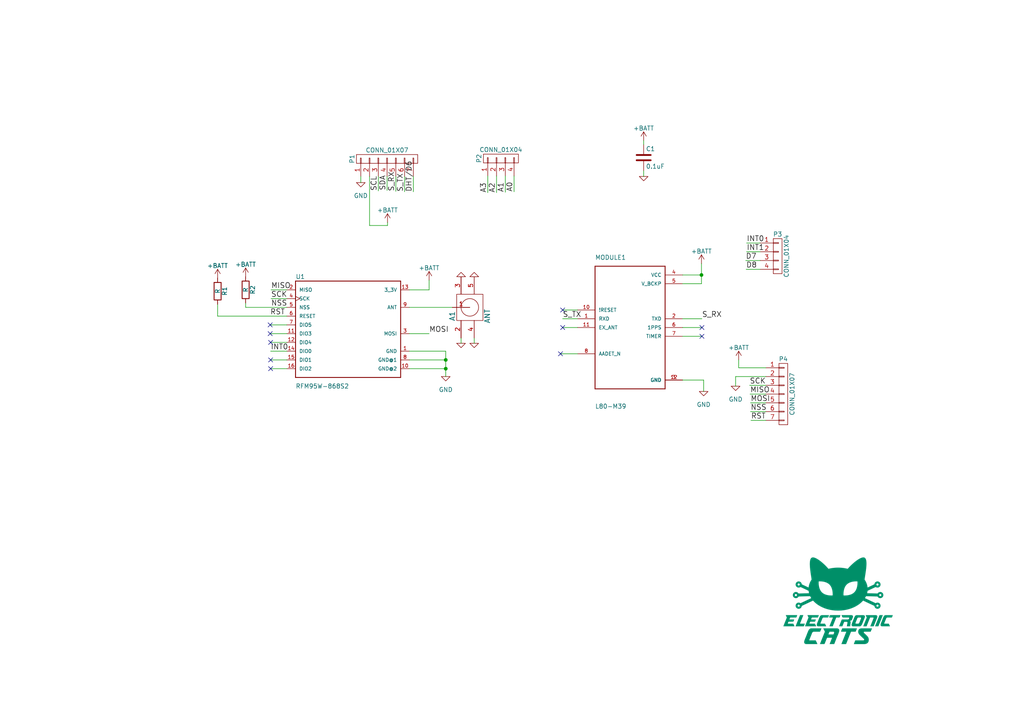
<source format=kicad_sch>
(kicad_sch (version 20230121) (generator eeschema)
  (paper "A4")
  (title_block (title "Communication CatSat v1.0") (date "2016-10-16") (rev "0.3") (company "Electronic Cats") (comment 1 "Andres Sabas") (comment 2 "Eduardo Contreras"))
  (lib_symbols
    (symbol "CommunicationBoard-rescue:+BATT" (power) (pin_names (offset 0))
      (property "Value" "+BATT" (at 0 3.556 0))
      (symbol "+BATT_0_1"
        (polyline (pts (xy -0.762 1.27) (xy 0 2.54)))
        (polyline (pts (xy 0 0) (xy 0 2.54)))
        (polyline (pts (xy 0 2.54) (xy 0.762 1.27)))
      )
      (symbol "+BATT_1_1"
        (pin power_in line (at 0 0 90) (length 0) hide (name "+BATT") (number "1"))
      )
    )
    (symbol "CommunicationBoard-rescue:ANT" (pin_names (offset 1.016))
      (property "Reference" "A" (at 6.35 10.16 0))
      (property "Value" "ANT" (at 6.35 0 0))
      (symbol "ANT_0_1"
        (rectangle (start 5.08 8.89) (end 12.7 1.27))
        (circle (center 8.89 5.08) (radius 2.54))
      )
      (symbol "ANT_1_1"
        (pin bidirectional line (at 8.89 10.16 270) (length 5.08) (name "~") (number "1"))
        (pin bidirectional line (at 0 7.62 0) (length 5.08) (name "~") (number "2"))
        (pin bidirectional line (at 17.78 7.62 180) (length 5.08) (name "~") (number "3"))
        (pin bidirectional line (at 0 3.81 0) (length 5.08) (name "~") (number "4"))
        (pin bidirectional line (at 17.78 3.81 180) (length 5.08) (name "~") (number "5"))
      )
    )
    (symbol "CommunicationBoard-rescue:C" (pin_numbers hide) (pin_names (offset 0.254))
      (property "Reference" "C" (at 0.635 2.54 0))
      (property "Value" "C" (at 0.635 -2.54 0))
      (symbol "C_0_1"
        (polyline (pts (xy -2.032 -0.762) (xy 2.032 -0.762)) (stroke (width 0.508)))
        (polyline (pts (xy -2.032 0.762) (xy 2.032 0.762)) (stroke (width 0.508)))
      )
      (symbol "C_1_1"
        (pin passive line (at 0 3.81 270) (length 2.794) (name "~") (number "1"))
        (pin passive line (at 0 -3.81 90) (length 2.794) (name "~") (number "2"))
      )
    )
    (symbol "CommunicationBoard-rescue:CONN_01X04" (pin_names (offset 1.016) hide)
      (property "Reference" "P" (at 0 6.35 0))
      (property "Value" "CONN_01X04" (at 2.54 0 90))
      (symbol "CONN_01X04_0_1"
        (rectangle (start -1.27 -3.683) (end 0.254 -3.937))
        (rectangle (start -1.27 -1.143) (end 0.254 -1.397))
        (rectangle (start -1.27 1.397) (end 0.254 1.143))
        (rectangle (start -1.27 3.937) (end 0.254 3.683))
        (rectangle (start -1.27 5.08) (end 1.27 -5.08))
      )
      (symbol "CONN_01X04_1_1"
        (pin passive line (at -5.08 3.81 0) (length 3.81) (name "P1") (number "1"))
        (pin passive line (at -5.08 1.27 0) (length 3.81) (name "P2") (number "2"))
        (pin passive line (at -5.08 -1.27 0) (length 3.81) (name "P3") (number "3"))
        (pin passive line (at -5.08 -3.81 0) (length 3.81) (name "P4") (number "4"))
      )
    )
    (symbol "CommunicationBoard-rescue:CONN_01X07" (pin_names (offset 1.016) hide)
      (property "Reference" "P" (at 0 10.16 0))
      (property "Value" "CONN_01X07" (at 2.54 0 90))
      (symbol "CONN_01X07_0_1"
        (rectangle (start -1.27 -8.89) (end 1.27 8.89))
        (rectangle (start -1.27 -7.493) (end 0.254 -7.747))
        (rectangle (start -1.27 -4.953) (end 0.254 -5.207))
        (rectangle (start -1.27 -2.413) (end 0.254 -2.667))
        (rectangle (start -1.27 0.127) (end 0.254 -0.127))
        (rectangle (start -1.27 2.667) (end 0.254 2.413))
        (rectangle (start -1.27 5.207) (end 0.254 4.953))
        (rectangle (start -1.27 7.747) (end 0.254 7.493))
      )
      (symbol "CONN_01X07_1_1"
        (pin passive line (at -5.08 7.62 0) (length 3.81) (name "P1") (number "1"))
        (pin passive line (at -5.08 5.08 0) (length 3.81) (name "P2") (number "2"))
        (pin passive line (at -5.08 2.54 0) (length 3.81) (name "P3") (number "3"))
        (pin passive line (at -5.08 0 0) (length 3.81) (name "P4") (number "4"))
        (pin passive line (at -5.08 -2.54 0) (length 3.81) (name "P5") (number "5"))
        (pin passive line (at -5.08 -5.08 0) (length 3.81) (name "P6") (number "6"))
        (pin passive line (at -5.08 -7.62 0) (length 3.81) (name "P7") (number "7"))
      )
    )
    (symbol "CommunicationBoard-rescue:GND-RESCUE-CatSat" (power) (pin_names (offset 0))
      (symbol "GND-RESCUE-CatSat_0_1"
        (polyline (pts (xy -1.27 0) (xy 0 -1.27) (xy 1.27 0) (xy -1.27 0)))
      )
      (symbol "GND-RESCUE-CatSat_1_1"
        (pin power_in line (at 0 0 90) (length 0) hide (name "GND") (number "1"))
      )
    )
    (symbol "CommunicationBoard-rescue:L80-M39" (pin_names (offset 1.016))
      (property "Reference" "MODULE" (at -10.16 20.32 0))
      (property "Value" "L80-M39" (at -10.16 -22.86 0))
      (symbol "L80-M39_0_0"
        (polyline (pts (xy -10.16 -17.78) (xy -10.16 17.78)) (stroke (width 0.254)))
        (polyline (pts (xy -10.16 17.78) (xy 10.16 17.78)) (stroke (width 0.254)))
        (polyline (pts (xy 10.16 -17.78) (xy -10.16 -17.78)) (stroke (width 0.254)))
        (polyline (pts (xy 10.16 17.78) (xy 10.16 -17.78)) (stroke (width 0.254)))
        (pin input line (at -15.24 2.54 0) (length 5.08) (name "RXD") (number "1"))
        (pin input line (at -15.24 5.08 0) (length 5.08) (name "!RESET") (number "10"))
        (pin input line (at -15.24 0 0) (length 5.08) (name "EX_ANT") (number "11"))
        (pin passive line (at 15.24 -15.24 180) (length 5.08) (name "GND") (number "12"))
        (pin output line (at 15.24 2.54 180) (length 5.08) (name "TXD") (number "2"))
        (pin passive line (at 15.24 -15.24 180) (length 5.08) (name "GND") (number "3"))
        (pin input line (at 15.24 15.24 180) (length 5.08) (name "VCC") (number "4"))
        (pin input line (at 15.24 12.7 180) (length 5.08) (name "V_BCKP") (number "5"))
        (pin output line (at 15.24 0 180) (length 5.08) (name "1PPS") (number "6"))
        (pin output line (at 15.24 -2.54 180) (length 5.08) (name "TIMER") (number "7"))
        (pin bidirectional line (at -15.24 -7.62 0) (length 5.08) (name "AADET_N") (number "8"))
      )
    )
    (symbol "CommunicationBoard-rescue:R" (pin_numbers hide) (pin_names (offset 0))
      (property "Reference" "R" (at 2.032 0 90))
      (property "Value" "R" (at 0 0 90))
      (symbol "R_0_1"
        (rectangle (start -1.016 -2.54) (end 1.016 2.54) (stroke (width 0.254)))
      )
      (symbol "R_1_1"
        (pin passive line (at 0 3.81 270) (length 1.27) (name "~") (number "1"))
        (pin passive line (at 0 -3.81 90) (length 1.27) (name "~") (number "2"))
      )
    )
    (symbol "CommunicationBoard-rescue:RFM95W-868S2" (pin_names (offset 1.016))
      (property "Reference" "U" (at -15.24 13.97 0))
      (property "Value" "RFM95W-868S2" (at -15.24 -17.78 0))
      (symbol "RFM95W-868S2_0_0"
        (polyline (pts (xy -15.24 -15.24) (xy 15.24 -15.24)) (stroke (width 0.254)))
        (polyline (pts (xy -15.24 12.7) (xy -15.24 -15.24)) (stroke (width 0.254)))
        (polyline (pts (xy 15.24 -15.24) (xy 15.24 12.7)) (stroke (width 0.254)))
        (polyline (pts (xy 15.24 12.7) (xy -15.24 12.7)) (stroke (width 0.254)))
        (pin input line (at 17.78 -7.62 180) (length 2.54) (name "GND") (number "1"))
        (pin input line (at 17.78 -12.7 180) (length 2.54) (name "GND@2") (number "10"))
        (pin bidirectional line (at -17.78 -2.54 0) (length 2.54) (name "DIO3") (number "11"))
        (pin bidirectional line (at -17.78 -5.08 0) (length 2.54) (name "DIO4") (number "12"))
        (pin input line (at 17.78 10.16 180) (length 2.54) (name "3_3V") (number "13"))
        (pin bidirectional line (at -17.78 -7.62 0) (length 2.54) (name "DIO0") (number "14"))
        (pin bidirectional line (at -17.78 -10.16 0) (length 2.54) (name "DIO1") (number "15"))
        (pin bidirectional line (at -17.78 -12.7 0) (length 2.54) (name "DIO2") (number "16"))
        (pin input line (at -17.78 10.16 0) (length 2.54) (name "MISO") (number "2"))
        (pin output line (at 17.78 -2.54 180) (length 2.54) (name "MOSI") (number "3"))
        (pin input clock (at -17.78 7.62 0) (length 2.54) (name "SCK") (number "4"))
        (pin input line (at -17.78 5.08 0) (length 2.54) (name "NSS") (number "5"))
        (pin bidirectional line (at -17.78 2.54 0) (length 2.54) (name "RESET") (number "6"))
        (pin bidirectional line (at -17.78 0 0) (length 2.54) (name "DIO5") (number "7"))
        (pin input line (at 17.78 -10.16 180) (length 2.54) (name "GND@1") (number "8"))
        (pin passive line (at 17.78 5.08 180) (length 2.54) (name "ANT") (number "9"))
      )
    )
  )
  (junction (at 129.286 106.934))
  (junction (at 129.286 104.394))
  (junction (at 203.454 79.756))
  (no_connect (at 162.56 102.616))
  (no_connect (at 163.195 94.996))
  (no_connect (at 78.359 94.234))
  (no_connect (at 78.486 99.314))
  (no_connect (at 78.486 104.394))
  (no_connect (at 203.581 97.536))
  (no_connect (at 78.486 106.934))
  (no_connect (at 78.359 96.774))
  (no_connect (at 163.195 89.916))
  (no_connect (at 203.581 94.996))
  (wire (pts (xy 222.123 114.3) (xy 217.551 114.3)))
  (wire (pts (xy 222.123 119.38) (xy 217.678 119.38)))
  (wire (pts (xy 149.098 51.054) (xy 149.098 55.626)))
  (wire (pts (xy 137.541 98.044) (xy 137.541 99.568)))
  (wire (pts (xy 107.188 51.181) (xy 107.188 65.405)))
  (wire (pts (xy 146.558 51.054) (xy 146.558 55.753)))
  (wire (pts (xy 167.513 94.996) (xy 163.195 94.996)))
  (wire (pts (xy 197.993 110.236) (xy 204.089 110.236)))
  (wire (pts (xy 118.745 104.394) (xy 129.286 104.394)))
  (wire (pts (xy 204.089 110.236) (xy 204.089 113.538)))
  (wire (pts (xy 63.119 91.694) (xy 63.119 88.265)))
  (wire (pts (xy 203.454 82.296) (xy 197.993 82.296)))
  (wire (pts (xy 167.513 102.616) (xy 162.56 102.616)))
  (wire (pts (xy 167.513 89.916) (xy 163.195 89.916)))
  (wire (pts (xy 71.247 87.884) (xy 71.247 89.154)))
  (wire (pts (xy 129.286 101.854) (xy 129.286 104.394)))
  (wire (pts (xy 222.123 111.76) (xy 217.424 111.76)))
  (wire (pts (xy 133.731 99.568) (xy 133.731 98.044)))
  (wire (pts (xy 220.472 75.565) (xy 216.281 75.565)))
  (wire (pts (xy 220.472 70.485) (xy 216.535 70.485)))
  (wire (pts (xy 118.745 101.854) (xy 129.286 101.854)))
  (wire (pts (xy 203.454 76.454) (xy 203.454 79.756)))
  (wire (pts (xy 167.513 92.456) (xy 163.195 92.456)))
  (wire (pts (xy 197.993 79.756) (xy 203.454 79.756)))
  (wire (pts (xy 107.188 65.405) (xy 112.395 65.405)))
  (wire (pts (xy 104.648 52.959) (xy 104.648 51.181)))
  (wire (pts (xy 203.454 79.756) (xy 203.454 82.296)))
  (wire (pts (xy 197.993 92.456) (xy 203.581 92.456)))
  (wire (pts (xy 109.728 51.181) (xy 109.728 55.372)))
  (wire (pts (xy 83.185 104.394) (xy 78.486 104.394)))
  (wire (pts (xy 129.286 104.394) (xy 129.286 106.934)))
  (wire (pts (xy 83.185 101.854) (xy 78.486 101.854)))
  (wire (pts (xy 112.268 51.181) (xy 112.268 55.245)))
  (wire (pts (xy 83.185 96.774) (xy 78.359 96.774)))
  (wire (pts (xy 129.286 106.934) (xy 129.286 109.22)))
  (wire (pts (xy 197.993 97.536) (xy 203.581 97.536)))
  (wire (pts (xy 119.888 51.181) (xy 119.888 55.626)))
  (wire (pts (xy 214.249 106.68) (xy 222.123 106.68)))
  (wire (pts (xy 213.36 112.014) (xy 213.36 109.22)))
  (wire (pts (xy 118.745 106.934) (xy 129.286 106.934)))
  (wire (pts (xy 213.36 109.22) (xy 222.123 109.22)))
  (wire (pts (xy 63.119 91.694) (xy 83.185 91.694)))
  (wire (pts (xy 83.185 94.234) (xy 78.359 94.234)))
  (wire (pts (xy 197.993 94.996) (xy 203.581 94.996)))
  (wire (pts (xy 117.348 51.181) (xy 117.348 55.626)))
  (wire (pts (xy 83.185 106.934) (xy 78.486 106.934)))
  (wire (pts (xy 141.478 51.054) (xy 141.478 55.88)))
  (wire (pts (xy 112.395 65.405) (xy 112.395 64.516)))
  (wire (pts (xy 222.123 121.92) (xy 217.805 121.92)))
  (wire (pts (xy 186.69 51.181) (xy 186.69 49.53)))
  (wire (pts (xy 186.69 40.767) (xy 186.69 41.91)))
  (wire (pts (xy 124.46 84.074) (xy 124.46 81.28)))
  (wire (pts (xy 118.745 96.774) (xy 124.46 96.774)))
  (wire (pts (xy 83.185 84.074) (xy 78.613 84.074)))
  (wire (pts (xy 220.472 78.105) (xy 216.408 78.105)))
  (wire (pts (xy 83.185 99.314) (xy 78.486 99.314)))
  (wire (pts (xy 118.745 84.074) (xy 124.46 84.074)))
  (wire (pts (xy 114.808 51.181) (xy 114.808 55.499)))
  (wire (pts (xy 83.185 86.614) (xy 78.613 86.614)))
  (wire (pts (xy 118.745 89.154) (xy 131.191 89.154)))
  (wire (pts (xy 222.123 116.84) (xy 217.678 116.84)))
  (wire (pts (xy 220.472 73.025) (xy 216.535 73.025)))
  (wire (pts (xy 144.018 51.054) (xy 144.018 55.88)))
  (wire (pts (xy 71.247 89.154) (xy 83.185 89.154)))
  (wire (pts (xy 214.249 106.68) (xy 214.249 104.394)))
  (image (at 243.078 174.244))
  (label "MISO" (at 78.613 84.074 0) (effects (font (size 1.524 1.524))))
  (label "INT0" (at 216.535 70.485 0) (effects (font (size 1.524 1.524))))
  (label "SCK" (at 78.613 86.614 0) (effects (font (size 1.524 1.524))))
  (label "NSS" (at 217.678 119.38 0) (effects (font (size 1.524 1.524))))
  (label "INT0" (at 78.486 101.854 0) (effects (font (size 1.524 1.524))))
  (label "INT1" (at 216.535 73.025 0) (effects (font (size 1.524 1.524))))
  (label "MOSI" (at 124.46 96.774 0) (effects (font (size 1.524 1.524))))
  (label "S_RX" (at 114.808 55.499 90) (effects (font (size 1.524 1.524))))
  (label "A2" (at 144.018 55.88 90) (effects (font (size 1.524 1.524))))
  (label "SDA" (at 112.268 55.245 90) (effects (font (size 1.524 1.524))))
  (label "S_TX" (at 163.195 92.456 0) (effects (font (size 1.524 1.524))))
  (label "RST" (at 217.805 121.92 0) (effects (font (size 1.524 1.524))))
  (label "D8" (at 216.408 78.105 0) (effects (font (size 1.524 1.524))))
  (label "MISO" (at 217.551 114.3 0) (effects (font (size 1.524 1.524))))
  (label "RST" (at 78.359 91.694 0) (effects (font (size 1.524 1.524))))
  (label "SCL" (at 109.728 55.372 90) (effects (font (size 1.524 1.524))))
  (label "A1" (at 146.558 55.753 90) (effects (font (size 1.524 1.524))))
  (label "A3" (at 141.478 55.88 90) (effects (font (size 1.524 1.524))))
  (label "NSS" (at 78.613 89.154 0) (effects (font (size 1.524 1.524))))
  (label "D7" (at 216.281 75.565 0) (effects (font (size 1.524 1.524))))
  (label "S_RX" (at 203.581 92.456 0) (effects (font (size 1.524 1.524))))
  (label "MOSI" (at 217.678 116.84 0) (effects (font (size 1.524 1.524))))
  (label "SCK" (at 217.424 111.76 0) (effects (font (size 1.524 1.524))))
  (label "S_TX" (at 117.348 55.626 90) (effects (font (size 1.524 1.524))))
  (label "A0" (at 149.098 55.626 90) (effects (font (size 1.524 1.524))))
  (label "DHT/D6" (at 119.888 55.626 90) (effects (font (size 1.524 1.524))))
  (symbol (lib_id "CommunicationBoard-rescue:L80-M39") (at 182.753 94.996 0) (unit 1)
    (property "Reference" "MODULE1" (at 172.593 74.676 0) (effects (justify left)))
    (property "Value" "L80-M39" (at 172.593 117.856 0) (effects (justify left)))
    (property "Footprint" "CatSat:L80" (effects hide))
  )
  (symbol (lib_id "CommunicationBoard-rescue:RFM95W-868S2") (at 100.965 94.234 0) (unit 1)
    (property "Reference" "U1" (at 85.725 80.264 0) (effects (justify left)))
    (property "Value" "RFM95W-868S2" (at 85.725 112.014 0) (effects (justify left)))
    (property "Footprint" "LoRa:RFM" (effects hide))
  )
  (symbol (lib_id "CommunicationBoard-rescue:CONN_01X04") (at 145.288 45.974 90) (unit 1)
    (property "Reference" "P2" (at 138.938 45.974 0))
    (property "Value" "CONN_01X04" (at 145.288 43.434 90))
    (property "Footprint" "Pin_Headers:Pin_Header_Straight_1x04" (effects hide))
  )
  (symbol (lib_id "CommunicationBoard-rescue:CONN_01X07") (at 112.268 46.101 90) (unit 1)
    (property "Reference" "P1" (at 102.108 46.101 0))
    (property "Value" "CONN_01X07" (at 112.268 43.561 90))
    (property "Footprint" "Pin_Headers:Pin_Header_Straight_1x07" (effects hide))
  )
  (symbol (lib_id "CommunicationBoard-rescue:+BATT") (at 112.395 64.516 0) (unit 1)
    (property "Reference" "#PWR01" (effects hide))
    (property "Value" "+BATT" (at 112.395 60.96 0))
  )
  (symbol (lib_id "CommunicationBoard-rescue:GND-RESCUE-CatSat") (at 104.648 52.959 0) (unit 1)
    (property "Reference" "#PWR02" (effects hide))
    (property "Value" "GND" (at 104.648 56.769 0))
  )
  (symbol (lib_id "CommunicationBoard-rescue:ANT") (at 141.351 98.044 90) (unit 1)
    (property "Reference" "A1" (at 131.191 91.694 0) (effects (font (size 1.524 1.524))))
    (property "Value" "ANT" (at 141.351 91.694 0) (effects (font (size 1.524 1.524))))
    (property "Footprint" "LoRa:SMA_Conn_Ant" (effects hide))
  )
  (symbol (lib_id "CommunicationBoard-rescue:GND-RESCUE-CatSat") (at 133.731 99.568 0) (unit 1)
    (property "Reference" "#PWR09" (effects hide))
    (property "Value" "GND" (effects hide))
  )
  (symbol (lib_id "CommunicationBoard-rescue:GND-RESCUE-CatSat") (at 133.731 80.264 180) (unit 1)
    (property "Reference" "#PWR010" (effects hide))
    (property "Value" "GND" (effects hide))
  )
  (symbol (lib_id "CommunicationBoard-rescue:GND-RESCUE-CatSat") (at 129.286 109.22 0) (unit 1)
    (property "Reference" "#PWR03" (effects hide))
    (property "Value" "GND" (at 129.286 113.03 0))
  )
  (symbol (lib_id "CommunicationBoard-rescue:+BATT") (at 124.46 81.28 0) (unit 1)
    (property "Reference" "#PWR04" (effects hide))
    (property "Value" "+BATT" (at 124.46 77.724 0))
  )
  (symbol (lib_id "CommunicationBoard-rescue:GND-RESCUE-CatSat") (at 204.089 113.538 0) (unit 1)
    (property "Reference" "#PWR05" (effects hide))
    (property "Value" "GND" (at 204.089 117.348 0))
  )
  (symbol (lib_id "CommunicationBoard-rescue:+BATT") (at 203.454 76.454 0) (unit 1)
    (property "Reference" "#PWR06" (effects hide))
    (property "Value" "+BATT" (at 203.454 72.898 0))
  )
  (symbol (lib_id "CommunicationBoard-rescue:CONN_01X07") (at 227.203 114.3 0) (unit 1)
    (property "Reference" "P4" (at 227.203 104.14 0))
    (property "Value" "CONN_01X07" (at 229.743 114.3 90))
    (property "Footprint" "Pin_Headers:Pin_Header_Straight_1x07" (effects hide))
  )
  (symbol (lib_id "CommunicationBoard-rescue:CONN_01X04") (at 225.552 74.295 0) (unit 1)
    (property "Reference" "P3" (at 225.552 67.945 0))
    (property "Value" "CONN_01X04" (at 228.092 74.295 90))
    (property "Footprint" "Pin_Headers:Pin_Header_Straight_1x04" (effects hide))
  )
  (symbol (lib_id "CommunicationBoard-rescue:+BATT") (at 214.249 104.394 0) (unit 1)
    (property "Reference" "#PWR07" (effects hide))
    (property "Value" "+BATT" (at 214.249 100.838 0))
  )
  (symbol (lib_id "CommunicationBoard-rescue:GND-RESCUE-CatSat") (at 213.36 112.014 0) (unit 1)
    (property "Reference" "#PWR08" (effects hide))
    (property "Value" "GND" (at 213.36 115.824 0))
  )
  (symbol (lib_id "CommunicationBoard-rescue:C") (at 186.69 45.72 0) (unit 1)
    (property "Reference" "C1" (at 187.325 43.18 0) (effects (justify left)))
    (property "Value" "0.1uF" (at 187.325 48.26 0) (effects (justify left)))
    (property "Footprint" "Capacitors_ThroughHole:C_Disc_D6_P5" (effects hide))
  )
  (symbol (lib_id "CommunicationBoard-rescue:GND-RESCUE-CatSat") (at 186.69 51.181 0) (unit 1)
    (property "Reference" "#PWR011" (effects hide))
    (property "Value" "GND" (effects hide))
  )
  (symbol (lib_id "CommunicationBoard-rescue:+BATT") (at 186.69 40.767 0) (unit 1)
    (property "Reference" "#PWR012" (effects hide))
    (property "Value" "+BATT" (at 186.69 37.211 0))
  )
  (symbol (lib_id "CommunicationBoard-rescue:GND-RESCUE-CatSat") (at 137.541 80.264 180) (unit 1)
    (property "Reference" "#PWR013" (effects hide))
    (property "Value" "GND" (effects hide))
  )
  (symbol (lib_id "CommunicationBoard-rescue:GND-RESCUE-CatSat") (at 137.541 99.568 0) (unit 1)
    (property "Reference" "#PWR014" (effects hide))
    (property "Value" "GND" (effects hide))
  )
  (symbol (lib_id "CommunicationBoard-rescue:R") (at 71.247 84.074 0) (unit 1)
    (property "Reference" "R2" (at 73.279 84.074 90))
    (property "Value" "R" (at 71.247 84.074 90))
    (property "Footprint" "Resistors_ThroughHole:Resistor_Horizontal_RM7mm" (effects hide))
  )
  (symbol (lib_id "CommunicationBoard-rescue:R") (at 63.119 84.455 0) (unit 1)
    (property "Reference" "R1" (at 65.151 84.455 90))
    (property "Value" "R" (at 63.119 84.455 90))
    (property "Footprint" "Resistors_ThroughHole:Resistor_Horizontal_RM7mm" (effects hide))
  )
  (symbol (lib_id "CommunicationBoard-rescue:+BATT") (at 63.119 80.645 0) (unit 1)
    (property "Reference" "#PWR015" (effects hide))
    (property "Value" "+BATT" (at 63.119 77.089 0))
  )
  (symbol (lib_id "CommunicationBoard-rescue:+BATT") (at 71.247 80.264 0) (unit 1)
    (property "Reference" "#PWR016" (effects hide))
    (property "Value" "+BATT" (at 71.247 76.708 0))
  )
)
</source>
